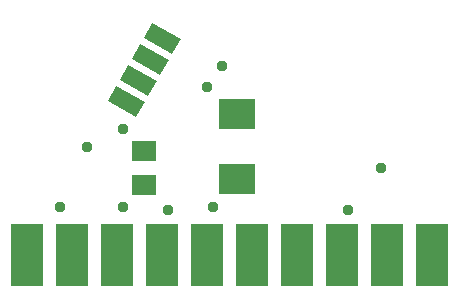
<source format=gts>
G04 EAGLE Gerber RS-274X export*
G75*
%MOMM*%
%FSLAX34Y34*%
%LPD*%
%INTop Solder Mask*%
%IPPOS*%
%AMOC8*
5,1,8,0,0,1.08239X$1,22.5*%
G01*
%ADD10R,2.743200X5.283200*%
%ADD11R,1.473200X2.743200*%
%ADD12R,2.006200X1.803200*%
%ADD13R,3.103200X2.603200*%
%ADD14C,0.959600*%


D10*
X25400Y15240D03*
X63500Y15240D03*
X101600Y15240D03*
X139700Y15240D03*
X177800Y15240D03*
X215900Y15240D03*
X254000Y15240D03*
X292100Y15240D03*
X330200Y15240D03*
X368300Y15240D03*
D11*
G36*
X145101Y179862D02*
X137735Y167103D01*
X113979Y180818D01*
X121345Y193577D01*
X145101Y179862D01*
G37*
G36*
X155261Y197642D02*
X147895Y184883D01*
X124139Y198598D01*
X131505Y211357D01*
X155261Y197642D01*
G37*
G36*
X134941Y162082D02*
X127575Y149323D01*
X103819Y163038D01*
X111185Y175797D01*
X134941Y162082D01*
G37*
G36*
X124781Y144302D02*
X117415Y131543D01*
X93659Y145258D01*
X101025Y158017D01*
X124781Y144302D01*
G37*
D12*
X124460Y103120D03*
X124460Y74680D03*
D13*
X203200Y134620D03*
X203200Y79120D03*
D14*
X144780Y53340D03*
X53340Y55880D03*
X76200Y106680D03*
X106680Y121920D03*
X106680Y55880D03*
X182880Y55880D03*
X297180Y53340D03*
X325120Y88900D03*
X177800Y157480D03*
X190500Y175260D03*
M02*

</source>
